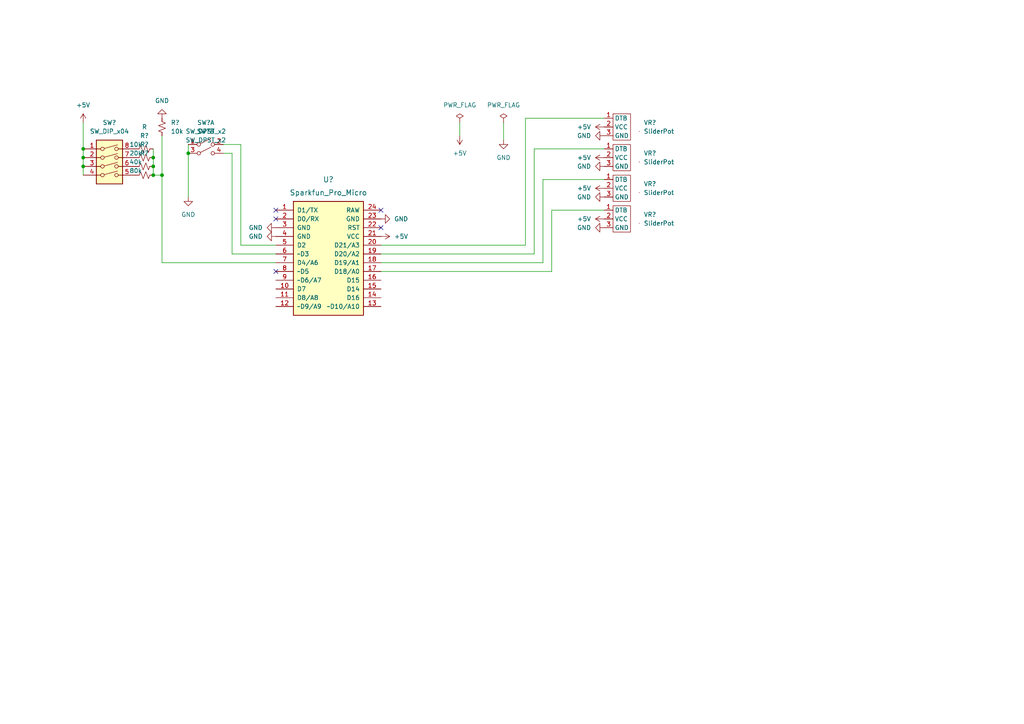
<source format=kicad_sch>
(kicad_sch (version 20211123) (generator eeschema)
  (paper "A4")
  (lib_symbols
    (symbol "Arduino:Sparkfun_Pro_Micro" (pin_names (offset 1.016))
      (property "Reference" "U" (at -8.89 21.59 0))
      (property "Value" "Sparkfun_Pro_Micro" (at 0 19.05 0))
      (symbol "Sparkfun_Pro_Micro_0_1"
        (rectangle (start -10.16 17.78) (end 10.16 -15.24) (stroke (width 0.254)) (fill (type background)))
      )
      (symbol "Sparkfun_Pro_Micro_1_1"
        (pin bidirectional line (at -15.24 15.24 0) (length 5.08) (name "D1/TX") (number "1"))
        (pin bidirectional line (at -15.24 -7.62 0) (length 5.08) (name "D7") (number "10"))
        (pin bidirectional line (at -15.24 -10.16 0) (length 5.08) (name "D8/A8") (number "11"))
        (pin bidirectional line (at -15.24 -12.7 0) (length 5.08) (name "~D9/A9") (number "12"))
        (pin bidirectional line (at 15.24 -12.7 180) (length 5.08) (name "~D10/A10") (number "13"))
        (pin bidirectional line (at 15.24 -10.16 180) (length 5.08) (name "D16") (number "14"))
        (pin bidirectional line (at 15.24 -7.62 180) (length 5.08) (name "D14") (number "15"))
        (pin bidirectional line (at 15.24 -5.08 180) (length 5.08) (name "D15") (number "16"))
        (pin bidirectional line (at 15.24 -2.54 180) (length 5.08) (name "D18/A0") (number "17"))
        (pin bidirectional line (at 15.24 0 180) (length 5.08) (name "D19/A1") (number "18"))
        (pin bidirectional line (at 15.24 2.54 180) (length 5.08) (name "D20/A2") (number "19"))
        (pin bidirectional line (at -15.24 12.7 0) (length 5.08) (name "D0/RX") (number "2"))
        (pin bidirectional line (at 15.24 5.08 180) (length 5.08) (name "D21/A3") (number "20"))
        (pin power_in line (at 15.24 7.62 180) (length 5.08) (name "VCC") (number "21"))
        (pin input line (at 15.24 10.16 180) (length 5.08) (name "RST") (number "22"))
        (pin power_in line (at 15.24 12.7 180) (length 5.08) (name "GND") (number "23"))
        (pin power_in line (at 15.24 15.24 180) (length 5.08) (name "RAW") (number "24"))
        (pin power_in line (at -15.24 10.16 0) (length 5.08) (name "GND") (number "3"))
        (pin power_in line (at -15.24 7.62 0) (length 5.08) (name "GND") (number "4"))
        (pin bidirectional line (at -15.24 5.08 0) (length 5.08) (name "D2") (number "5"))
        (pin bidirectional line (at -15.24 2.54 0) (length 5.08) (name "~D3") (number "6"))
        (pin bidirectional line (at -15.24 0 0) (length 5.08) (name "D4/A6") (number "7"))
        (pin bidirectional line (at -15.24 -2.54 0) (length 5.08) (name "~D5") (number "8"))
        (pin bidirectional line (at -15.24 -5.08 0) (length 5.08) (name "~D6/A7") (number "9"))
      )
    )
    (symbol "Device:R_Small_US" (pin_numbers hide) (pin_names (offset 0.254) hide)
      (property "Reference" "R" (at 0.762 0.508 0))
      (property "Value" "R_Small_US" (at 0.762 -1.016 0))
      (symbol "R_Small_US_1_1"
        (polyline (pts (xy 0 0) (xy 1.016 -0.381) (xy 0 -0.762) (xy -1.016 -1.143) (xy 0 -1.524)))
        (polyline (pts (xy 0 1.524) (xy 1.016 1.143) (xy 0 0.762) (xy -1.016 0.381) (xy 0 0)))
        (pin passive line (at 0 2.54 270) (length 1.016) (name "~") (number "1"))
        (pin passive line (at 0 -2.54 90) (length 1.016) (name "~") (number "2"))
      )
    )
    (symbol "RobotController:SliderPot"
      (property "Reference" "VR" (at 0 6.35 0))
      (property "Value" "SliderPot" (at 0 8.89 0))
      (symbol "SliderPot_0_1"
        (rectangle (start -2.54 3.81) (end 2.54 -3.81))
        (rectangle (start 5.08 -1.27) (end 5.08 -1.27))
        (rectangle (start 5.08 -1.27) (end 5.08 -1.27))
        (rectangle (start 5.08 -1.27) (end 5.08 -1.27))
        (rectangle (start 5.08 -1.27) (end 5.08 -1.27))
      )
      (symbol "SliderPot_1_1"
        (pin output line (at -5.08 2.54 0) (length 2.54) (name "DTB") (number "1"))
        (pin power_in line (at -5.08 0 0) (length 2.54) (name "VCC") (number "2"))
        (pin power_in line (at -5.08 -2.54 0) (length 2.54) (name "GND") (number "3"))
      )
    )
    (symbol "Switch:SW_DIP_x04" (pin_names (offset 0) hide)
      (property "Reference" "SW" (at 0 8.89 0))
      (property "Value" "SW_DIP_x04" (at 0 -6.35 0))
      (symbol "SW_DIP_x04_0_0"
        (circle (center -2.032 -2.54) (radius 0.508))
        (circle (center -2.032 0) (radius 0.508))
        (circle (center -2.032 2.54) (radius 0.508))
        (circle (center -2.032 5.08) (radius 0.508))
        (polyline (pts (xy -1.524 -2.3876) (xy 2.3622 -1.3462)))
        (polyline (pts (xy -1.524 0.127) (xy 2.3622 1.1684)))
        (polyline (pts (xy -1.524 2.667) (xy 2.3622 3.7084)))
        (polyline (pts (xy -1.524 5.207) (xy 2.3622 6.2484)))
        (circle (center 2.032 -2.54) (radius 0.508))
        (circle (center 2.032 0) (radius 0.508))
        (circle (center 2.032 2.54) (radius 0.508))
        (circle (center 2.032 5.08) (radius 0.508))
      )
      (symbol "SW_DIP_x04_0_1"
        (rectangle (start -3.81 7.62) (end 3.81 -5.08) (stroke (width 0.254)) (fill (type background)))
      )
      (symbol "SW_DIP_x04_1_1"
        (pin passive line (at -7.62 5.08 0) (length 5.08) (name "~") (number "1"))
        (pin passive line (at -7.62 2.54 0) (length 5.08) (name "~") (number "2"))
        (pin passive line (at -7.62 0 0) (length 5.08) (name "~") (number "3"))
        (pin passive line (at -7.62 -2.54 0) (length 5.08) (name "~") (number "4"))
        (pin passive line (at 7.62 -2.54 180) (length 5.08) (name "~") (number "5"))
        (pin passive line (at 7.62 0 180) (length 5.08) (name "~") (number "6"))
        (pin passive line (at 7.62 2.54 180) (length 5.08) (name "~") (number "7"))
        (pin passive line (at 7.62 5.08 180) (length 5.08) (name "~") (number "8"))
      )
    )
    (symbol "Switch:SW_DPST_x2" (pin_names (offset 0) hide)
      (property "Reference" "SW" (at 0 3.175 0))
      (property "Value" "SW_DPST_x2" (at 0 -2.54 0))
      (symbol "SW_DPST_x2_0_0"
        (circle (center -2.032 0) (radius 0.508))
        (polyline (pts (xy -1.524 0.254) (xy 1.524 1.778)))
        (circle (center 2.032 0) (radius 0.508))
      )
      (symbol "SW_DPST_x2_1_1"
        (pin passive line (at -5.08 0 0) (length 2.54) (name "A") (number "1"))
        (pin passive line (at 5.08 0 180) (length 2.54) (name "B") (number "2"))
      )
      (symbol "SW_DPST_x2_2_1"
        (pin passive line (at -5.08 0 0) (length 2.54) (name "A") (number "3"))
        (pin passive line (at 5.08 0 180) (length 2.54) (name "B") (number "4"))
      )
    )
    (symbol "power:+5V" (power) (pin_names (offset 0))
      (property "Value" "+5V" (at 0 3.556 0))
      (symbol "+5V_0_1"
        (polyline (pts (xy -0.762 1.27) (xy 0 2.54)))
        (polyline (pts (xy 0 0) (xy 0 2.54)))
        (polyline (pts (xy 0 2.54) (xy 0.762 1.27)))
      )
      (symbol "+5V_1_1"
        (pin power_in line (at 0 0 90) (length 0) hide (name "+5V") (number "1"))
      )
    )
    (symbol "power:GND" (power) (pin_names (offset 0))
      (property "Value" "GND" (at 0 -3.81 0))
      (symbol "GND_0_1"
        (polyline (pts (xy 0 0) (xy 0 -1.27) (xy 1.27 -1.27) (xy 0 -2.54) (xy -1.27 -1.27) (xy 0 -1.27)))
      )
      (symbol "GND_1_1"
        (pin power_in line (at 0 0 270) (length 0) hide (name "GND") (number "1"))
      )
    )
    (symbol "power:PWR_FLAG" (power) (pin_numbers hide) (pin_names (offset 0) hide)
      (property "Value" "PWR_FLAG" (at 0 3.81 0))
      (symbol "PWR_FLAG_0_0"
        (pin power_out line (at 0 0 90) (length 0) (name "pwr") (number "1"))
      )
      (symbol "PWR_FLAG_0_1"
        (polyline (pts (xy 0 0) (xy 0 1.27) (xy -1.016 1.905) (xy 0 2.54) (xy 1.016 1.905) (xy 0 1.27)))
      )
    )
  )
  (junction (at 54.61 44.45))
  (junction (at 24.13 43.18))
  (junction (at 46.99 50.8))
  (junction (at 44.45 45.72))
  (junction (at 44.45 48.26))
  (junction (at 24.13 45.72))
  (junction (at 44.45 50.8))
  (junction (at 24.13 48.26))
  (no_connect (at 80.01 60.96))
  (no_connect (at 80.01 63.5))
  (no_connect (at 80.01 78.74))
  (no_connect (at 110.49 66.04))
  (no_connect (at 110.49 60.96))
  (wire (pts (xy 160.02 60.96) (xy 160.02 78.74)))
  (wire (pts (xy 24.13 35.56) (xy 24.13 43.18)))
  (wire (pts (xy 160.02 78.74) (xy 110.49 78.74)))
  (wire (pts (xy 69.85 41.91) (xy 69.85 71.12)))
  (wire (pts (xy 24.13 48.26) (xy 24.13 50.8)))
  (wire (pts (xy 152.4 71.12) (xy 110.49 71.12)))
  (wire (pts (xy 154.94 73.66) (xy 110.49 73.66)))
  (wire (pts (xy 24.13 43.18) (xy 24.13 45.72)))
  (wire (pts (xy 175.26 52.07) (xy 157.48 52.07)))
  (wire (pts (xy 44.45 48.26) (xy 44.45 50.8)))
  (wire (pts (xy 175.26 60.96) (xy 160.02 60.96)))
  (wire (pts (xy 64.77 44.45) (xy 67.31 44.45)))
  (wire (pts (xy 67.31 44.45) (xy 67.31 73.66)))
  (wire (pts (xy 44.45 43.18) (xy 44.45 45.72)))
  (wire (pts (xy 44.45 50.8) (xy 46.99 50.8)))
  (wire (pts (xy 146.05 35.56) (xy 146.05 40.64)))
  (wire (pts (xy 157.48 52.07) (xy 157.48 76.2)))
  (wire (pts (xy 175.26 34.29) (xy 152.4 34.29)))
  (wire (pts (xy 44.45 45.72) (xy 44.45 48.26)))
  (wire (pts (xy 157.48 76.2) (xy 110.49 76.2)))
  (wire (pts (xy 69.85 71.12) (xy 80.01 71.12)))
  (wire (pts (xy 133.35 35.56) (xy 133.35 39.37)))
  (wire (pts (xy 67.31 73.66) (xy 80.01 73.66)))
  (wire (pts (xy 24.13 45.72) (xy 24.13 48.26)))
  (wire (pts (xy 152.4 34.29) (xy 152.4 71.12)))
  (wire (pts (xy 46.99 39.37) (xy 46.99 50.8)))
  (wire (pts (xy 64.77 41.91) (xy 69.85 41.91)))
  (wire (pts (xy 154.94 43.18) (xy 154.94 73.66)))
  (wire (pts (xy 175.26 43.18) (xy 154.94 43.18)))
  (wire (pts (xy 46.99 76.2) (xy 80.01 76.2)))
  (wire (pts (xy 54.61 41.91) (xy 54.61 44.45)))
  (wire (pts (xy 46.99 50.8) (xy 46.99 76.2)))
  (wire (pts (xy 54.61 44.45) (xy 54.61 57.15)))
  (symbol (lib_id "Device:R_Small_US") (at 41.91 45.72 90) (unit 1)
    (property "Reference" "R?" (at 41.91 39.37 90))
    (property "Value" "20k" (at 39.37 44.45 90))
  )
  (symbol (lib_id "power:+5V") (at 110.49 68.58 270) (unit 1)
    (property "Reference" "#PWR?" (effects hide))
    (property "Value" "+5V" (at 114.3 68.5799 90) (effects (justify left)))
  )
  (symbol (lib_id "power:GND") (at 54.61 57.15 0) (unit 1)
    (property "Reference" "#PWR?" (effects hide))
    (property "Value" "GND" (at 54.61 62.23 0))
  )
  (symbol (lib_id "Switch:SW_DPST_x2") (at 59.69 44.45 0) (unit 2)
    (property "Reference" "SW?" (at 59.69 38.1 0))
    (property "Value" "SW_DPST_x2" (at 59.69 40.64 0))
  )
  (symbol (lib_id "power:+5V") (at 175.26 36.83 90) (unit 1)
    (property "Reference" "#PWR?" (effects hide))
    (property "Value" "+5V" (at 171.45 36.8299 90) (effects (justify left)))
  )
  (symbol (lib_id "Device:R_Small_US") (at 41.91 50.8 90) (unit 1)
    (property "Reference" "R?" (at 41.91 44.45 90))
    (property "Value" "80k" (at 39.37 49.53 90))
  )
  (symbol (lib_id "power:GND") (at 175.26 48.26 270) (unit 1)
    (property "Reference" "#PWR?" (effects hide))
    (property "Value" "GND" (at 171.45 48.2599 90) (effects (justify right)))
  )
  (symbol (lib_id "Device:R_Small_US") (at 41.91 43.18 270) (unit 1)
    (property "Reference" "R" (at 41.91 36.83 90))
    (property "Value" "10k" (at 39.37 41.91 90))
  )
  (symbol (lib_id "Device:R_Small_US") (at 46.99 36.83 180) (unit 1)
    (property "Reference" "R?" (at 49.53 35.5599 0) (effects (justify right)))
    (property "Value" "10k" (at 49.53 38.0999 0) (effects (justify right)))
  )
  (symbol (lib_id "RobotController:SliderPot") (at 180.34 45.72 0) (unit 1)
    (property "Reference" "VR?" (at 186.69 44.4499 0) (effects (justify left)))
    (property "Value" "SliderPot" (at 186.69 46.9899 0) (effects (justify left)))
    (property "Footprint" "RobotController:SliderPot" (effects hide))
  )
  (symbol (lib_id "Arduino:Sparkfun_Pro_Micro") (at 95.25 76.2 0) (unit 1)
    (property "Reference" "U?" (at 95.25 52.07 0) (effects (font (size 1.524 1.524))))
    (property "Value" "Sparkfun_Pro_Micro" (at 95.25 55.88 0) (effects (font (size 1.524 1.524))))
    (property "Footprint" "Arduino:Sparkfun_Pro_Micro" (effects hide))
    (property "Datasheet" "https://www.sparkfun.com/products/12640" (effects hide))
  )
  (symbol (lib_id "RobotController:SliderPot") (at 180.34 63.5 0) (unit 1)
    (property "Reference" "VR?" (at 186.69 62.2299 0) (effects (justify left)))
    (property "Value" "SliderPot" (at 186.69 64.7699 0) (effects (justify left)))
    (property "Footprint" "RobotController:SliderPot" (effects hide))
  )
  (symbol (lib_id "power:PWR_FLAG") (at 133.35 35.56 0) (unit 1)
    (property "Reference" "#FLG?" (effects hide))
    (property "Value" "PWR_FLAG" (at 133.35 30.48 0))
  )
  (symbol (lib_id "power:GND") (at 175.26 66.04 270) (unit 1)
    (property "Reference" "#PWR?" (effects hide))
    (property "Value" "GND" (at 171.45 66.0399 90) (effects (justify right)))
  )
  (symbol (lib_id "power:GND") (at 146.05 40.64 0) (unit 1)
    (property "Reference" "#PWR?" (effects hide))
    (property "Value" "GND" (at 146.05 45.72 0))
  )
  (symbol (lib_id "power:+5V") (at 24.13 35.56 0) (unit 1)
    (property "Reference" "#PWR?" (effects hide))
    (property "Value" "+5V" (at 24.13 30.48 0))
  )
  (symbol (lib_id "power:GND") (at 175.26 57.15 270) (unit 1)
    (property "Reference" "#PWR?" (effects hide))
    (property "Value" "GND" (at 171.45 57.1499 90) (effects (justify right)))
  )
  (symbol (lib_id "power:+5V") (at 175.26 63.5 90) (unit 1)
    (property "Reference" "#PWR?" (effects hide))
    (property "Value" "+5V" (at 171.45 63.4999 90) (effects (justify left)))
  )
  (symbol (lib_id "power:GND") (at 80.01 66.04 270) (unit 1)
    (property "Reference" "#PWR?" (effects hide))
    (property "Value" "GND" (at 76.2 66.0399 90) (effects (justify right)))
  )
  (symbol (lib_id "power:PWR_FLAG") (at 146.05 35.56 0) (unit 1)
    (property "Reference" "#FLG?" (effects hide))
    (property "Value" "PWR_FLAG" (at 146.05 30.48 0))
  )
  (symbol (lib_id "power:GND") (at 175.26 39.37 270) (unit 1)
    (property "Reference" "#PWR?" (effects hide))
    (property "Value" "GND" (at 171.45 39.3699 90) (effects (justify right)))
  )
  (symbol (lib_id "Switch:SW_DPST_x2") (at 59.69 41.91 0) (unit 1)
    (property "Reference" "SW?" (at 59.69 35.56 0))
    (property "Value" "SW_DPST_x2" (at 59.69 38.1 0))
  )
  (symbol (lib_id "power:+5V") (at 133.35 39.37 180) (unit 1)
    (property "Reference" "#PWR?" (effects hide))
    (property "Value" "+5V" (at 133.35 44.45 0))
  )
  (symbol (lib_id "RobotController:SliderPot") (at 180.34 54.61 0) (unit 1)
    (property "Reference" "VR?" (at 186.69 53.3399 0) (effects (justify left)))
    (property "Value" "SliderPot" (at 186.69 55.8799 0) (effects (justify left)))
    (property "Footprint" "RobotController:SliderPot" (effects hide))
  )
  (symbol (lib_id "RobotController:SliderPot") (at 180.34 36.83 0) (unit 1)
    (property "Reference" "VR?" (at 186.69 35.5599 0) (effects (justify left)))
    (property "Value" "SliderPot" (at 186.69 38.0999 0) (effects (justify left)))
    (property "Footprint" "RobotController:SliderPot" (effects hide))
  )
  (symbol (lib_id "power:+5V") (at 175.26 45.72 90) (unit 1)
    (property "Reference" "#PWR?" (effects hide))
    (property "Value" "+5V" (at 171.45 45.7199 90) (effects (justify left)))
  )
  (symbol (lib_id "Switch:SW_DIP_x04") (at 31.75 48.26 0) (unit 1)
    (property "Reference" "SW?" (at 31.75 35.56 0))
    (property "Value" "SW_DIP_x04" (at 31.75 38.1 0))
  )
  (symbol (lib_id "power:GND") (at 110.49 63.5 90) (unit 1)
    (property "Reference" "#PWR?" (effects hide))
    (property "Value" "GND" (at 114.3 63.4999 90) (effects (justify right)))
  )
  (symbol (lib_id "Device:R_Small_US") (at 41.91 48.26 90) (unit 1)
    (property "Reference" "R?" (at 41.91 41.91 90))
    (property "Value" "40k" (at 39.37 46.99 90))
  )
  (symbol (lib_id "power:GND") (at 80.01 68.58 270) (unit 1)
    (property "Reference" "#PWR?" (effects hide))
    (property "Value" "GND" (at 76.2 68.5799 90) (effects (justify right)))
  )
  (symbol (lib_id "power:GND") (at 46.99 34.29 180) (unit 1)
    (property "Reference" "#PWR?" (effects hide))
    (property "Value" "GND" (at 46.99 29.21 0))
  )
  (symbol (lib_id "power:+5V") (at 175.26 54.61 90) (unit 1)
    (property "Reference" "#PWR?" (effects hide))
    (property "Value" "+5V" (at 171.45 54.6099 90) (effects (justify left)))
  )
)
</source>
